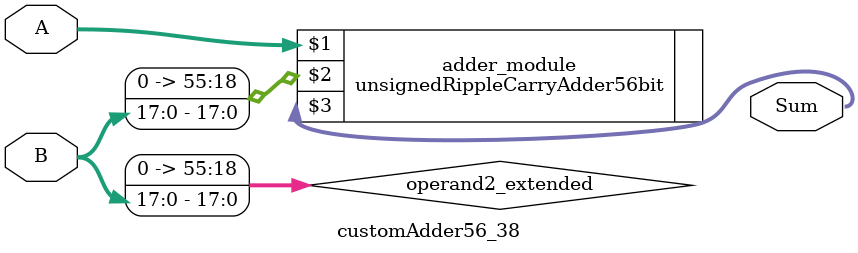
<source format=v>
module customAdder56_38(
                        input [55 : 0] A,
                        input [17 : 0] B,
                        
                        output [56 : 0] Sum
                );

        wire [55 : 0] operand2_extended;
        
        assign operand2_extended =  {38'b0, B};
        
        unsignedRippleCarryAdder56bit adder_module(
            A,
            operand2_extended,
            Sum
        );
        
        endmodule
        
</source>
